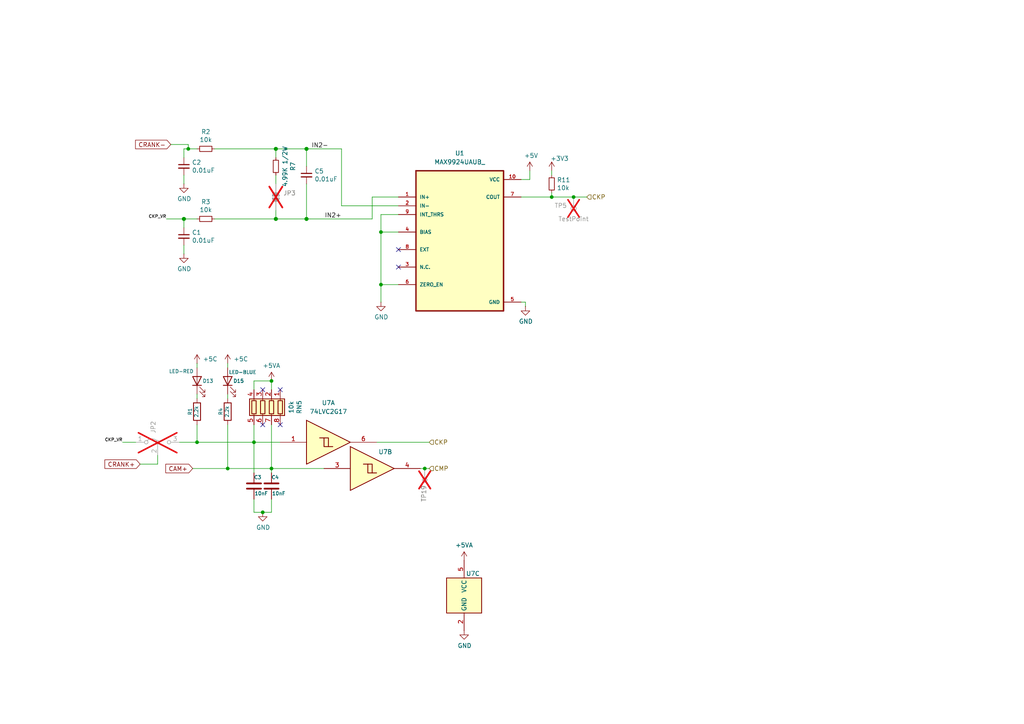
<source format=kicad_sch>
(kicad_sch (version 20241209) (generator "eeschema") (generator_version "8.99")
  (paper "A4")
  (title_block (title "μEFI (Speeduino FW compatible)") (date "2023-12-25") (rev "v6.1") (company "Churrosoft ®") (comment 1 "CERN-OHL-S-2.0 license"))
  (lib_symbols
    (symbol "74xGxx:74LVC2G17"
      (property "Reference" "U" (at -1.27 7.62 0))
      (property "Value" "74LVC2G17" (at 2.54 -7.62 0))
      (symbol "74LVC2G17_1_1"
        (polyline (pts (xy -7.62 6.35) (xy -7.62 -6.35) (xy 5.08 0) (xy -7.62 6.35)) (stroke (width 0.254)) (fill (type background)))
        (polyline (pts (xy -3.81 1.27) (xy -2.54 1.27) (xy -2.54 -1.27) (xy 0 -1.27)) (stroke (width 0.254)) (fill (type background)))
        (polyline (pts (xy -2.54 1.27) (xy -1.27 1.27) (xy -1.27 -1.27)) (stroke (width 0.254)) (fill (type background)))
        (pin input line (at -15.24 0 0) (length 7.62) (name "~") (number "1"))
        (pin output line (at 12.7 0 180) (length 7.62) (name "~") (number "6"))
      )
      (symbol "74LVC2G17_2_1"
        (polyline (pts (xy -7.62 6.35) (xy -7.62 -6.35) (xy 5.08 0) (xy -7.62 6.35)) (stroke (width 0.254)) (fill (type background)))
        (polyline (pts (xy -3.81 1.27) (xy -2.54 1.27) (xy -2.54 -1.27) (xy 0 -1.27)) (stroke (width 0.254)) (fill (type background)))
        (polyline (pts (xy -2.54 1.27) (xy -1.27 1.27) (xy -1.27 -1.27)) (stroke (width 0.254)) (fill (type background)))
        (pin input line (at -15.24 0 0) (length 7.62) (name "~") (number "3"))
        (pin output line (at 12.7 0 180) (length 7.62) (name "~") (number "4"))
      )
      (symbol "74LVC2G17_3_0"
        (rectangle (start -5.08 -5.08) (end 5.08 5.08) (stroke (width 0.254)) (fill (type background)))
      )
      (symbol "74LVC2G17_3_1"
        (pin power_in line (at 0 10.16 270) (length 5.08) (name "VCC") (number "5"))
        (pin power_in line (at 0 -10.16 90) (length 5.08) (name "GND") (number "2"))
      )
    )
    (symbol "Connector:TestPoint" (pin_numbers (hide yes)) (pin_names (offset 0.762) (hide yes))
      (property "Reference" "TP" (at 0 6.858 0))
      (property "Value" "TestPoint" (at 0 5.08 0))
      (symbol "TestPoint_0_1"
        (circle (center 0 3.302) (radius 0.762))
      )
      (symbol "TestPoint_1_1"
        (pin passive line (at 0 0 90) (length 2.54) (name "1") (number "1"))
      )
    )
    (symbol "Connector:TestPoint_Alt" (pin_numbers (hide yes)) (pin_names (offset 0.762) (hide yes))
      (property "Reference" "TP" (at 0 6.858 0))
      (property "Value" "TestPoint_Alt" (at 0 5.08 0))
      (symbol "TestPoint_Alt_0_1"
        (polyline (pts (xy 0 2.54) (xy -0.762 3.302) (xy 0 4.064) (xy 0.762 3.302) (xy 0 2.54)))
      )
      (symbol "TestPoint_Alt_1_1"
        (pin passive line (at 0 0 90) (length 2.54) (name "1") (number "1"))
      )
    )
    (symbol "Device:C" (pin_numbers (hide yes)) (pin_names (offset 0.254))
      (property "Reference" "C" (at 0.635 2.54 0))
      (property "Value" "C" (at 0.635 -2.54 0))
      (symbol "C_0_1"
        (polyline (pts (xy -2.032 0.762) (xy 2.032 0.762)) (stroke (width 0.508)))
        (polyline (pts (xy -2.032 -0.762) (xy 2.032 -0.762)) (stroke (width 0.508)))
      )
      (symbol "C_1_1"
        (pin passive line (at 0 3.81 270) (length 2.794) (name "~") (number "1"))
        (pin passive line (at 0 -3.81 90) (length 2.794) (name "~") (number "2"))
      )
    )
    (symbol "Device:C_Small" (pin_numbers (hide yes)) (pin_names (offset 0.254) (hide yes))
      (property "Reference" "C" (at 0.254 1.778 0))
      (property "Value" "C_Small" (at 0.254 -2.032 0))
      (symbol "C_Small_0_1"
        (polyline (pts (xy -1.524 0.508) (xy 1.524 0.508)) (stroke (width 0.3048)))
        (polyline (pts (xy -1.524 -0.508) (xy 1.524 -0.508)) (stroke (width 0.3302)))
      )
      (symbol "C_Small_1_1"
        (pin passive line (at 0 2.54 270) (length 2.032) (name "~") (number "1"))
        (pin passive line (at 0 -2.54 90) (length 2.032) (name "~") (number "2"))
      )
    )
    (symbol "Device:LED" (pin_numbers (hide yes)) (pin_names (offset 1.016) (hide yes))
      (property "Reference" "D" (at 0 2.54 0))
      (property "Value" "LED" (at 0 -2.54 0))
      (symbol "LED_0_1"
        (polyline (pts (xy -3.048 -0.762) (xy -4.572 -2.286) (xy -3.81 -2.286) (xy -4.572 -2.286) (xy -4.572 -1.524)))
        (polyline (pts (xy -1.778 -0.762) (xy -3.302 -2.286) (xy -2.54 -2.286) (xy -3.302 -2.286) (xy -3.302 -1.524)))
        (polyline (pts (xy -1.27 0) (xy 1.27 0)))
        (polyline (pts (xy -1.27 -1.27) (xy -1.27 1.27)) (stroke (width 0.254)))
        (polyline (pts (xy 1.27 -1.27) (xy 1.27 1.27) (xy -1.27 0) (xy 1.27 -1.27)) (stroke (width 0.254)))
      )
      (symbol "LED_1_1"
        (pin passive line (at -3.81 0 0) (length 2.54) (name "K") (number "1"))
        (pin passive line (at 3.81 0 180) (length 2.54) (name "A") (number "2"))
      )
    )
    (symbol "Device:R" (pin_numbers (hide yes)) (pin_names (offset 0))
      (property "Reference" "R" (at 2.032 0 90))
      (property "Value" "R" (at 0 0 90))
      (symbol "R_0_1"
        (rectangle (start -1.016 -2.54) (end 1.016 2.54) (stroke (width 0.254)))
      )
      (symbol "R_1_1"
        (pin passive line (at 0 3.81 270) (length 1.27) (name "~") (number "1"))
        (pin passive line (at 0 -3.81 90) (length 1.27) (name "~") (number "2"))
      )
    )
    (symbol "Device:R_Pack04" (pin_names (offset 0) (hide yes))
      (property "Reference" "RN" (at -7.62 0 90))
      (property "Value" "R_Pack04" (at 5.08 0 90))
      (symbol "R_Pack04_0_1"
        (rectangle (start -6.35 -2.413) (end 3.81 2.413) (stroke (width 0.254)) (fill (type background)))
        (rectangle (start -5.715 1.905) (end -4.445 -1.905) (stroke (width 0.254)))
        (polyline (pts (xy -5.08 1.905) (xy -5.08 2.54)))
        (polyline (pts (xy -5.08 -2.54) (xy -5.08 -1.905)))
        (rectangle (start -3.175 1.905) (end -1.905 -1.905) (stroke (width 0.254)))
        (polyline (pts (xy -2.54 1.905) (xy -2.54 2.54)))
        (polyline (pts (xy -2.54 -2.54) (xy -2.54 -1.905)))
        (rectangle (start -0.635 1.905) (end 0.635 -1.905) (stroke (width 0.254)))
        (polyline (pts (xy 0 1.905) (xy 0 2.54)))
        (polyline (pts (xy 0 -2.54) (xy 0 -1.905)))
        (rectangle (start 1.905 1.905) (end 3.175 -1.905) (stroke (width 0.254)))
        (polyline (pts (xy 2.54 1.905) (xy 2.54 2.54)))
        (polyline (pts (xy 2.54 -2.54) (xy 2.54 -1.905)))
      )
      (symbol "R_Pack04_1_1"
        (pin passive line (at -5.08 5.08 270) (length 2.54) (name "R1.2") (number "8"))
        (pin passive line (at -5.08 -5.08 90) (length 2.54) (name "R1.1") (number "1"))
        (pin passive line (at -2.54 5.08 270) (length 2.54) (name "R2.2") (number "7"))
        (pin passive line (at -2.54 -5.08 90) (length 2.54) (name "R2.1") (number "2"))
        (pin passive line (at 0 5.08 270) (length 2.54) (name "R3.2") (number "6"))
        (pin passive line (at 0 -5.08 90) (length 2.54) (name "R3.1") (number "3"))
        (pin passive line (at 2.54 5.08 270) (length 2.54) (name "R4.2") (number "5"))
        (pin passive line (at 2.54 -5.08 90) (length 2.54) (name "R4.1") (number "4"))
      )
    )
    (symbol "Device:R_Small" (pin_numbers (hide yes)) (pin_names (offset 0.254) (hide yes))
      (property "Reference" "R" (at 0.762 0.508 0))
      (property "Value" "R_Small" (at 0.762 -1.016 0))
      (symbol "R_Small_0_1"
        (rectangle (start -0.762 1.778) (end 0.762 -1.778) (stroke (width 0.2032)))
      )
      (symbol "R_Small_1_1"
        (pin passive line (at 0 2.54 270) (length 0.762) (name "~") (number "1"))
        (pin passive line (at 0 -2.54 90) (length 0.762) (name "~") (number "2"))
      )
    )
    (symbol "Jumper:Jumper_3_Bridged12" (pin_names (offset 0) (hide yes)) (exclude_from_sim yes) (in_bom no)
      (property "Reference" "JP" (at -2.54 -2.54 0))
      (property "Value" "Jumper_3_Bridged12" (at 0 2.794 0))
      (symbol "Jumper_3_Bridged12_0_0"
        (circle (center -3.302 0) (radius 0.508))
        (circle (center 0 0) (radius 0.508))
        (circle (center 3.302 0) (radius 0.508))
      )
      (symbol "Jumper_3_Bridged12_0_1"
        (arc (start -3.048 0.508) (mid -1.651 0.9912) (end -0.254 0.508))
        (polyline (pts (xy 0 -1.27) (xy 0 -0.508)))
      )
      (symbol "Jumper_3_Bridged12_1_1"
        (pin passive line (at -6.35 0 0) (length 2.54) (name "A") (number "1"))
        (pin passive line (at 0 -3.81 90) (length 2.54) (name "C") (number "2"))
        (pin passive line (at 6.35 0 180) (length 2.54) (name "B") (number "3"))
      )
    )
    (symbol "Jumper:SolderJumper_2_Open" (pin_numbers (hide yes)) (pin_names (offset 0) (hide yes)) (exclude_from_sim yes) (in_bom no)
      (property "Reference" "JP" (at 0 2.032 0))
      (property "Value" "SolderJumper_2_Open" (at 0 -2.54 0))
      (symbol "SolderJumper_2_Open_0_1"
        (polyline (pts (xy -0.254 1.016) (xy -0.254 -1.016)))
        (arc (start -0.254 -1.016) (mid -1.2656 0) (end -0.254 1.016) (fill (type outline)))
        (arc (start -0.254 -1.016) (mid -1.2656 0) (end -0.254 1.016))
        (arc (start 0.254 1.016) (mid 1.2656 0) (end 0.254 -1.016) (fill (type outline)))
        (arc (start 0.254 1.016) (mid 1.2656 0) (end 0.254 -1.016))
        (polyline (pts (xy 0.254 1.016) (xy 0.254 -1.016)))
      )
      (symbol "SolderJumper_2_Open_1_1"
        (pin passive line (at -3.81 0 0) (length 2.54) (name "A") (number "1"))
        (pin passive line (at 3.81 0 180) (length 2.54) (name "B") (number "2"))
      )
    )
    (symbol "hw_v2:MAX9924UAUB_" (pin_names (offset 1.016))
      (property "Reference" "U" (at -12.7 21.32 0))
      (property "Value" "MAX9924UAUB_" (at -12.7 -24.32 0))
      (symbol "MAX9924UAUB__0_0"
        (rectangle (start -12.7 -20.32) (end 12.7 20.32) (stroke (width 0.41)) (fill (type background)))
        (pin input line (at -17.78 12.7 0) (length 5.08) (name "IN+") (number "1"))
        (pin input line (at -17.78 10.16 0) (length 5.08) (name "IN-") (number "2"))
        (pin input line (at -17.78 7.62 0) (length 5.08) (name "INT_THRS") (number "9"))
        (pin bidirectional line (at -17.78 2.54 0) (length 5.08) (name "BIAS") (number "4"))
        (pin bidirectional line (at -17.78 -2.54 0) (length 5.08) (name "EXT") (number "8"))
        (pin bidirectional line (at -17.78 -7.62 0) (length 5.08) (name "N.C.") (number "3"))
        (pin bidirectional line (at -17.78 -12.7 0) (length 5.08) (name "ZERO_EN") (number "6"))
        (pin power_in line (at 17.78 17.78 180) (length 5.08) (name "VCC") (number "10"))
        (pin output line (at 17.78 12.7 180) (length 5.08) (name "COUT") (number "7"))
        (pin power_in line (at 17.78 -17.78 180) (length 5.08) (name "GND") (number "5"))
      )
    )
    (symbol "power:+3V3" (power) (pin_numbers (hide yes)) (pin_names (offset 0) (hide yes))
      (property "Value" "+3V3" (at 0 3.556 0))
      (symbol "+3V3_0_1"
        (polyline (pts (xy -0.762 1.27) (xy 0 2.54)))
        (polyline (pts (xy 0 2.54) (xy 0.762 1.27)))
        (polyline (pts (xy 0 0) (xy 0 2.54)))
      )
      (symbol "+3V3_1_1"
        (pin power_in line (at 0 0 90) (length 0) (name "~") (number "1"))
      )
    )
    (symbol "power:+5C" (power) (pin_numbers (hide yes)) (pin_names (offset 0) (hide yes))
      (property "Value" "+5C" (at 0 3.556 0))
      (symbol "+5C_0_1"
        (polyline (pts (xy -0.762 1.27) (xy 0 2.54)))
        (polyline (pts (xy 0 2.54) (xy 0.762 1.27)))
        (polyline (pts (xy 0 0) (xy 0 2.54)))
      )
      (symbol "+5C_1_1"
        (pin power_in line (at 0 0 90) (length 0) (name "~") (number "1"))
      )
    )
    (symbol "power:+5V" (power) (pin_numbers (hide yes)) (pin_names (offset 0) (hide yes))
      (property "Value" "+5V" (at 0 3.556 0))
      (symbol "+5V_0_1"
        (polyline (pts (xy -0.762 1.27) (xy 0 2.54)))
        (polyline (pts (xy 0 2.54) (xy 0.762 1.27)))
        (polyline (pts (xy 0 0) (xy 0 2.54)))
      )
      (symbol "+5V_1_1"
        (pin power_in line (at 0 0 90) (length 0) (name "~") (number "1"))
      )
    )
    (symbol "power:+5VA" (power) (pin_numbers (hide yes)) (pin_names (offset 0) (hide yes))
      (property "Value" "+5VA" (at 0 3.556 0))
      (symbol "+5VA_0_1"
        (polyline (pts (xy -0.762 1.27) (xy 0 2.54)))
        (polyline (pts (xy 0 2.54) (xy 0.762 1.27)))
        (polyline (pts (xy 0 0) (xy 0 2.54)))
      )
      (symbol "+5VA_1_1"
        (pin power_in line (at 0 0 90) (length 0) (name "~") (number "1"))
      )
    )
    (symbol "power:GND" (power) (pin_numbers (hide yes)) (pin_names (offset 0) (hide yes))
      (property "Value" "GND" (at 0 -3.81 0))
      (symbol "GND_0_1"
        (polyline (pts (xy 0 0) (xy 0 -1.27) (xy 1.27 -1.27) (xy 0 -2.54) (xy -1.27 -1.27) (xy 0 -1.27)))
      )
      (symbol "GND_1_1"
        (pin power_in line (at 0 0 270) (length 0) (name "~") (number "1"))
      )
    )
  )
  (junction (at 166.37 57.15) (diameter 0.9144))
  (junction (at 123.19 135.89))
  (junction (at 54.61 43.18))
  (junction (at 110.49 82.55))
  (junction (at 66.04 135.89))
  (junction (at 80.01 43.18) (diameter 1.016))
  (junction (at 53.34 63.5) (diameter 1.016))
  (junction (at 88.9 43.18) (diameter 1.016))
  (junction (at 110.49 67.31))
  (junction (at 78.74 110.49))
  (junction (at 57.15 128.27))
  (junction (at 76.2 148.59))
  (junction (at 80.01 63.5) (diameter 1.016))
  (junction (at 88.9 63.5) (diameter 1.016))
  (junction (at 160.02 57.15))
  (junction (at 73.66 128.27))
  (junction (at 78.74 135.89))
  (no_connect (at 81.28 113.03))
  (no_connect (at 76.2 123.19))
  (no_connect (at 115.57 77.47))
  (no_connect (at 115.57 72.39))
  (no_connect (at 81.28 123.19))
  (no_connect (at 76.2 113.03))
  (wire (pts (xy 110.49 82.55) (xy 110.49 87.63)))
  (wire (pts (xy 78.74 135.89) (xy 78.74 137.16)))
  (wire (pts (xy 45.72 132.08) (xy 45.72 134.62)))
  (wire (pts (xy 57.15 114.3) (xy 57.15 115.57)))
  (wire (pts (xy 78.74 123.19) (xy 78.74 135.89)))
  (wire (pts (xy 57.15 123.19) (xy 57.15 128.27)))
  (wire (pts (xy 66.04 135.89) (xy 78.74 135.89)))
  (wire (pts (xy 88.9 48.26) (xy 88.9 43.18)))
  (wire (pts (xy 45.72 134.62) (xy 40.64 134.62)))
  (wire (pts (xy 48.26 63.5) (xy 53.34 63.5)))
  (wire (pts (xy 110.49 67.31) (xy 110.49 82.55)))
  (wire (pts (xy 78.74 144.78) (xy 78.74 148.59)))
  (wire (pts (xy 57.15 105.41) (xy 57.15 106.68)))
  (wire (pts (xy 66.04 123.19) (xy 66.04 135.89)))
  (wire (pts (xy 54.61 43.18) (xy 53.34 43.18)))
  (wire (pts (xy 53.34 71.12) (xy 53.34 73.66)))
  (wire (pts (xy 73.66 128.27) (xy 81.28 128.27)))
  (wire (pts (xy 55.88 135.89) (xy 66.04 135.89)))
  (wire (pts (xy 110.49 82.55) (xy 115.57 82.55)))
  (wire (pts (xy 80.01 60.96) (xy 80.01 63.5)))
  (wire (pts (xy 73.66 148.59) (xy 76.2 148.59)))
  (wire (pts (xy 78.74 113.03) (xy 78.74 110.49)))
  (wire (pts (xy 66.04 114.3) (xy 66.04 115.57)))
  (wire (pts (xy 54.61 43.18) (xy 57.15 43.18)))
  (wire (pts (xy 124.46 128.27) (xy 109.22 128.27)))
  (wire (pts (xy 124.46 135.89) (xy 123.19 135.89)))
  (wire (pts (xy 160.02 49.53) (xy 160.02 50.8)))
  (wire (pts (xy 62.23 63.5) (xy 80.01 63.5)))
  (wire (pts (xy 160.02 57.15) (xy 166.37 57.15)))
  (wire (pts (xy 153.67 52.07) (xy 153.67 49.53)))
  (wire (pts (xy 53.34 63.5) (xy 57.15 63.5)))
  (wire (pts (xy 151.13 87.63) (xy 152.4 87.63)))
  (wire (pts (xy 54.61 41.91) (xy 54.61 43.18)))
  (wire (pts (xy 73.66 123.19) (xy 73.66 128.27)))
  (wire (pts (xy 110.49 67.31) (xy 115.57 67.31)))
  (wire (pts (xy 107.95 57.15) (xy 107.95 63.5)))
  (wire (pts (xy 76.2 148.59) (xy 78.74 148.59)))
  (wire (pts (xy 115.57 59.69) (xy 99.06 59.69)))
  (wire (pts (xy 160.02 55.88) (xy 160.02 57.15)))
  (wire (pts (xy 115.57 57.15) (xy 107.95 57.15)))
  (wire (pts (xy 73.66 128.27) (xy 73.66 137.16)))
  (wire (pts (xy 73.66 110.49) (xy 78.74 110.49)))
  (wire (pts (xy 53.34 45.72) (xy 53.34 43.18)))
  (wire (pts (xy 123.19 135.89) (xy 121.92 135.89)))
  (wire (pts (xy 73.66 113.03) (xy 73.66 110.49)))
  (wire (pts (xy 53.34 50.8) (xy 53.34 53.34)))
  (wire (pts (xy 57.15 128.27) (xy 73.66 128.27)))
  (wire (pts (xy 88.9 63.5) (xy 107.95 63.5)))
  (wire (pts (xy 166.37 57.15) (xy 170.18 57.15)))
  (wire (pts (xy 80.01 63.5) (xy 88.9 63.5)))
  (wire (pts (xy 115.57 62.23) (xy 110.49 62.23)))
  (wire (pts (xy 88.9 43.18) (xy 80.01 43.18)))
  (wire (pts (xy 99.06 59.69) (xy 99.06 43.18)))
  (wire (pts (xy 80.01 50.8) (xy 80.01 53.34)))
  (wire (pts (xy 66.04 105.41) (xy 66.04 106.68)))
  (wire (pts (xy 80.01 45.72) (xy 80.01 43.18)))
  (wire (pts (xy 151.13 57.15) (xy 160.02 57.15)))
  (wire (pts (xy 49.53 41.91) (xy 54.61 41.91)))
  (wire (pts (xy 52.07 128.27) (xy 57.15 128.27)))
  (wire (pts (xy 73.66 144.78) (xy 73.66 148.59)))
  (wire (pts (xy 53.34 63.5) (xy 53.34 66.04)))
  (wire (pts (xy 110.49 62.23) (xy 110.49 67.31)))
  (wire (pts (xy 78.74 135.89) (xy 93.98 135.89)))
  (wire (pts (xy 88.9 53.34) (xy 88.9 63.5)))
  (wire (pts (xy 152.4 87.63) (xy 152.4 88.9)))
  (wire (pts (xy 151.13 52.07) (xy 153.67 52.07)))
  (wire (pts (xy 88.9 43.18) (xy 99.06 43.18)))
  (wire (pts (xy 35.56 128.27) (xy 39.37 128.27)))
  (wire (pts (xy 62.23 43.18) (xy 80.01 43.18)))
  (label "CKP_VR" (at 48.26 63.5 180) (effects (font (size 0.889 0.889))))
  (label "IN2-" (at 95.25 43.18 180))
  (label "CKP_VR" (at 35.56 128.27 180) (effects (font (size 0.889 0.889))))
  (label "IN2+" (at 99.06 63.5 180))
  (global_label "CRANK+" (shape input) (at 40.64 134.62 180) (property "Intersheetrefs" "${INTERSHEET_REFS}" (effects (hide yes))))
  (global_label "CRANK-" (shape input) (at 49.53 41.91 180) (property "Intersheetrefs" "${INTERSHEET_REFS}" (effects (hide yes))))
  (global_label "CAM+" (shape input) (at 55.88 135.89 180) (property "Intersheetrefs" "${INTERSHEET_REFS}" (effects (hide yes))))
  (hierarchical_label "CMP" (shape input) (at 124.46 135.89 0))
  (hierarchical_label "CKP" (shape input) (at 124.46 128.27 0))
  (hierarchical_label "CKP" (shape input) (at 170.18 57.15 0))
  (symbol (lib_id "Device:C_Small") (at 53.34 68.58 0) (unit 1)
    (property "Reference" "C1" (at 55.6642 67.4306 0) (effects (justify left)))
    (property "Value" "0.01uF" (at 55.6642 69.7293 0) (effects (justify left)))
    (property "Footprint" "Capacitor_SMD:C_0805_2012Metric" (effects (hide yes)))
    (property "Description" "Unpolarized capacitor, small symbol" (effects (hide yes)))
    (property "LCSC" "C100042" (effects (hide yes)))
    (property "STOCK" "CAP-000323-00" (effects (hide yes)))
  )
  (symbol (lib_id "power:GND") (at 152.4 88.9 0) (unit 1)
    (property "Reference" "#PWR03" (effects (hide yes)))
    (property "Value" "GND" (at 152.5143 93.2244 0))
    (property "Description" "Power symbol creates a global label with name \"GND\" , ground" (effects (hide yes)))
  )
  (symbol (lib_id "power:GND") (at 53.34 73.66 0) (unit 1) (in_bom no)
    (property "Reference" "#PWR08" (effects (hide yes)))
    (property "Value" "GND" (at 53.4543 77.9844 0))
    (property "Description" "Power symbol creates a global label with name \"GND\" , ground" (effects (hide yes)))
  )
  (symbol (lib_id "Device:C") (at 78.74 140.97 0) (unit 1)
    (property "Reference" "C4" (at 78.74 138.43 0) (effects (font (size 1.016 1.016)) (justify left)))
    (property "Value" "10nF" (at 78.8924 143.129 0) (effects (font (size 1.016 1.016)) (justify left)))
    (property "Footprint" "Capacitor_SMD:C_0603_1608Metric" (effects (hide yes)))
    (property "Description" "Unpolarized capacitor" (effects (hide yes)))
    (property "Part #" "C0603C103K1RACTU" (effects (hide yes)))
    (property "VEND" "DIGI" (effects (hide yes)))
    (property "VEND#" "399-3189-1-ND" (effects (hide yes)))
    (property "Manufacturer" "KEMET" (effects (hide yes)))
    (property "LCSC" "C57112" (effects (hide yes)))
  )
  (symbol (lib_id "power:GND") (at 76.2 148.59 0) (unit 1)
    (property "Reference" "#PWR033" (effects (hide yes)))
    (property "Value" "GND" (at 76.327 152.9842 0))
    (property "Description" "Power symbol creates a global label with name \"GND\" , ground" (effects (hide yes)))
  )
  (symbol (lib_id "74xGxx:74LVC2G17") (at 109.22 135.89 0) (unit 2)
    (property "Reference" "U7" (at 111.76 131.064 0))
    (property "Value" "74LVC2G17" (effects (hide yes)))
    (property "Footprint" "Package_TO_SOT_SMD:SOT-363_SC-70-6" (effects (hide yes)))
    (property "Datasheet" "http://www.ti.com/lit/sg/scyt129e/scyt129e.pdf" (effects (hide yes)))
    (property "Description" "Dual Buffer, Schmitt Triggered, Low-Voltage CMOS" (effects (hide yes)))
  )
  (symbol (lib_id "Jumper:Jumper_3_Bridged12") (at 45.72 128.27 0) (unit 1) (exclude_from_sim yes) (in_bom no) (dnp yes)
    (property "Reference" "JP2" (at 44.45 125.73 90) (effects (justify left)))
    (property "Value" "Jumper_3_Bridged12" (effects (hide yes)))
    (property "Footprint" "Jumper:SolderJumper-3_P1.3mm_Bridged12_Pad1.0x1.5mm" (effects (hide yes)))
    (property "Description" "Jumper, 3-pole, pins 1+2 closed/bridged" (effects (hide yes)))
  )
  (symbol (lib_id "Device:LED") (at 57.15 110.49 90) (unit 1)
    (property "Reference" "D13" (at 60.325 110.49 90) (effects (font (size 1.016 1.016))))
    (property "Value" "LED-RED" (at 52.578 107.696 90) (effects (font (size 1.016 1.016))))
    (property "Footprint" "LED_SMD:LED_0603_1608Metric" (effects (hide yes)))
    (property "Description" "Light emitting diode" (effects (hide yes)))
    (property "LCSC" "C2286" (effects (hide yes)))
  )
  (symbol (lib_id "74xGxx:74LVC2G17") (at 134.62 172.72 0) (unit 3)
    (property "Reference" "U7" (at 137.16 166.37 0))
    (property "Value" "74LVC2G17" (effects (hide yes)))
    (property "Footprint" "Package_TO_SOT_SMD:SOT-363_SC-70-6" (effects (hide yes)))
    (property "Datasheet" "http://www.ti.com/lit/sg/scyt129e/scyt129e.pdf" (effects (hide yes)))
    (property "Description" "Dual Buffer, Schmitt Triggered, Low-Voltage CMOS" (effects (hide yes)))
  )
  (symbol (lib_id "power:+3V3") (at 160.02 49.53 0) (unit 1)
    (property "Reference" "#PWR023" (effects (hide yes)))
    (property "Value" "+3V3" (at 162.306 45.974 0))
    (property "Description" "Power symbol creates a global label with name \"+3V3\"" (effects (hide yes)))
  )
  (symbol (lib_id "Device:C_Small") (at 88.9 50.8 0) (unit 1)
    (property "Reference" "C5" (at 91.2242 49.6506 0) (effects (justify left)))
    (property "Value" "0.01uF" (at 91.2242 51.9493 0) (effects (justify left)))
    (property "Footprint" "Capacitor_SMD:C_0805_2012Metric" (effects (hide yes)))
    (property "Description" "Unpolarized capacitor, small symbol" (effects (hide yes)))
    (property "LCSC" "C100042" (effects (hide yes)))
    (property "STOCK" "CAP-000323-00" (effects (hide yes)))
  )
  (symbol (lib_id "power:GND") (at 110.49 87.63 0) (unit 1)
    (property "Reference" "#PWR02" (effects (hide yes)))
    (property "Value" "GND" (at 110.6043 91.9544 0))
    (property "Description" "Power symbol creates a global label with name \"GND\" , ground" (effects (hide yes)))
  )
  (symbol (lib_id "Device:R_Small") (at 59.69 63.5 90) (unit 1)
    (property "Reference" "R3" (at 59.69 58.5532 90))
    (property "Value" "10k" (at 59.69 60.8519 90))
    (property "Footprint" "Resistor_SMD:R_0603_1608Metric" (effects (hide yes)))
    (property "Description" "Resistor, small symbol" (effects (hide yes)))
    (property "LCSC" "C115324" (effects (hide yes)))
    (property "STOCK" "RES-000118-00" (effects (hide yes)))
  )
  (symbol (lib_id "power:+5VA") (at 134.62 162.56 0) (unit 1)
    (property "Reference" "#PWR037" (effects (hide yes)))
    (property "Value" "+5VA" (at 134.62 158.115 0))
    (property "Description" "Power symbol creates a global label with name \"+5VA\"" (effects (hide yes)))
  )
  (symbol (lib_id "Device:LED") (at 66.04 110.49 90) (unit 1)
    (property "Reference" "D15" (at 69.215 110.49 90) (effects (font (size 1.016 1.016))))
    (property "Value" "LED-BLUE" (at 70.358 107.95 90) (effects (font (size 1.016 1.016))))
    (property "Footprint" "LED_SMD:LED_0603_1608Metric" (effects (hide yes)))
    (property "Description" "Light emitting diode" (effects (hide yes)))
    (property "LCSC" "C2286" (effects (hide yes)))
  )
  (symbol (lib_id "Device:R") (at 66.04 119.38 180) (unit 1)
    (property "Reference" "R4" (at 64.008 119.38 90) (effects (font (size 1.016 1.016))))
    (property "Value" "2.2k" (at 65.8622 119.4054 90) (effects (font (size 1.016 1.016))))
    (property "Footprint" "Resistor_SMD:R_0603_1608Metric" (effects (hide yes)))
    (property "Description" "Resistor" (effects (hide yes)))
    (property "Part #" "RMCF0603FT2K20" (effects (hide yes)))
    (property "VEND" "DIGI" (effects (hide yes)))
    (property "VEND#" "RMCF0603FT2K20CT-ND" (effects (hide yes)))
    (property "Manufacturer" "StackPole" (effects (hide yes)))
    (property "LCSC" "C4190" (effects (hide yes)))
  )
  (symbol (lib_id "74xGxx:74LVC2G17") (at 96.52 128.27 0) (unit 1)
    (property "Reference" "U7" (at 95.25 116.84 0))
    (property "Value" "74LVC2G17" (at 95.25 119.38 0))
    (property "Footprint" "Package_TO_SOT_SMD:SOT-363_SC-70-6" (effects (hide yes)))
    (property "Datasheet" "http://www.ti.com/lit/sg/scyt129e/scyt129e.pdf" (effects (hide yes)))
    (property "Description" "Dual Buffer, Schmitt Triggered, Low-Voltage CMOS" (effects (hide yes)))
  )
  (symbol (lib_id "Jumper:SolderJumper_2_Open") (at 80.01 57.15 90) (unit 1) (in_bom no) (dnp yes)
    (property "Reference" "JP3" (at 82.1437 56.0006 90) (effects (justify right)))
    (property "Value" "SolderJumper_2_Open" (effects (hide yes)))
    (property "Footprint" "Jumper:SolderJumper-2_P1.3mm_Open_RoundedPad1.0x1.5mm" (effects (hide yes)))
    (property "Description" "Solder Jumper, 2-pole, open" (effects (hide yes)))
  )
  (symbol (lib_id "power:+5C") (at 66.04 105.41 0) (unit 1)
    (property "Reference" "#PWR038" (effects (hide yes)))
    (property "Value" "+5C" (at 69.85 104.14 0))
    (property "Description" "Power symbol creates a global label with name \"+5C\"" (effects (hide yes)))
  )
  (symbol (lib_id "power:+5V") (at 153.67 49.53 0) (unit 1)
    (property "Reference" "#PWR01" (effects (hide yes)))
    (property "Value" "+5V" (at 154.051 45.1358 0))
    (property "Description" "Power symbol creates a global label with name \"+5V\"" (effects (hide yes)))
  )
  (symbol (lib_id "power:GND") (at 134.62 182.88 0) (unit 1)
    (property "Reference" "#PWR013" (effects (hide yes)))
    (property "Value" "GND" (at 134.747 187.2742 0))
    (property "Description" "Power symbol creates a global label with name \"GND\" , ground" (effects (hide yes)))
  )
  (symbol (lib_id "Device:C") (at 73.66 140.97 0) (unit 1)
    (property "Reference" "C3" (at 73.66 138.43 0) (effects (font (size 1.016 1.016)) (justify left)))
    (property "Value" "10nF" (at 73.8124 143.129 0) (effects (font (size 1.016 1.016)) (justify left)))
    (property "Footprint" "Capacitor_SMD:C_0603_1608Metric" (effects (hide yes)))
    (property "Description" "Unpolarized capacitor" (effects (hide yes)))
    (property "Part #" "C0603C103K1RACTU" (effects (hide yes)))
    (property "VEND" "DIGI" (effects (hide yes)))
    (property "VEND#" "399-3189-1-ND" (effects (hide yes)))
    (property "Manufacturer" "KEMET" (effects (hide yes)))
    (property "LCSC" "C57112" (effects (hide yes)))
  )
  (symbol (lib_id "Device:R") (at 57.15 119.38 180) (unit 1)
    (property "Reference" "R1" (at 55.118 119.38 90) (effects (font (size 1.016 1.016))))
    (property "Value" "2.2k" (at 56.9722 119.4054 90) (effects (font (size 1.016 1.016))))
    (property "Footprint" "Resistor_SMD:R_0603_1608Metric" (effects (hide yes)))
    (property "Description" "Resistor" (effects (hide yes)))
    (property "Part #" "RMCF0603FT2K20" (effects (hide yes)))
    (property "VEND" "DIGI" (effects (hide yes)))
    (property "VEND#" "RMCF0603FT2K20CT-ND" (effects (hide yes)))
    (property "Manufacturer" "StackPole" (effects (hide yes)))
    (property "LCSC" "C4190" (effects (hide yes)))
  )
  (symbol (lib_id "Connector:TestPoint") (at 166.37 57.15 180) (unit 1) (in_bom no) (dnp yes)
    (property "Reference" "TP5" (at 164.465 59.6266 0) (effects (justify left)))
    (property "Value" "TestPoint" (at 170.815 63.5 0) (effects (justify left)))
    (property "Footprint" "TestPoint:TestPoint_Pad_1.0x1.0mm" (effects (hide yes)))
    (property "Description" "test point" (effects (hide yes)))
  )
  (symbol (lib_id "Device:R_Small") (at 160.02 53.34 0) (unit 1)
    (property "Reference" "R11" (at 161.5187 52.1906 0) (effects (justify left)))
    (property "Value" "10k" (at 161.5187 54.4893 0) (effects (justify left)))
    (property "Footprint" "Resistor_SMD:R_0603_1608Metric" (effects (hide yes)))
    (property "Description" "Resistor, small symbol" (effects (hide yes)))
    (property "LCSC" "C115324" (effects (hide yes)))
    (property "STOCK" "RES-000118-00" (effects (hide yes)))
  )
  (symbol (lib_id "power:GND") (at 53.34 53.34 0) (unit 1) (in_bom no)
    (property "Reference" "#PWR09" (effects (hide yes)))
    (property "Value" "GND" (at 53.4543 57.6644 0))
    (property "Description" "Power symbol creates a global label with name \"GND\" , ground" (effects (hide yes)))
  )
  (symbol (lib_id "Device:R_Pack04") (at 76.2 118.11 180) (unit 1)
    (property "Reference" "RN5" (at 86.7918 118.11 90))
    (property "Value" "10k" (at 84.4804 118.11 90))
    (property "Footprint" "Resistor_SMD:R_Array_Convex_4x0603" (effects (hide yes)))
    (property "Description" "4 resistor network, parallel topology" (effects (hide yes)))
    (property "Part #" "YC164-JR-0710KL" (effects (hide yes)))
    (property "VEND#" "YC164J-10KCT-ND" (effects (hide yes)))
    (property "VEND" "DIGI" (effects (hide yes)))
    (property "Manufacturer" "Yageo" (effects (hide yes)))
    (property "LCSC" "C29718" (effects (hide yes)))
  )
  (symbol (lib_id "power:+5C") (at 57.15 105.41 0) (unit 1)
    (property "Reference" "#PWR010" (effects (hide yes)))
    (property "Value" "+5C" (at 60.96 104.14 0))
    (property "Description" "Power symbol creates a global label with name \"+5C\"" (effects (hide yes)))
  )
  (symbol (lib_id "Device:R_Small") (at 80.01 48.26 0) (unit 1)
    (property "Reference" "R7" (at 84.9568 48.26 90))
    (property "Value" "4.99K 1/2W" (at 82.6581 48.26 90))
    (property "Footprint" "Resistor_SMD:R_0805_2012Metric" (effects (hide yes)))
    (property "Description" "Resistor, small symbol" (effects (hide yes)))
    (property "LCSC" "C2933454" (effects (hide yes)))
    (property "STOCK" "RES-000337-00" (effects (hide yes)))
  )
  (symbol (lib_id "hw_v2:MAX9924UAUB_") (at 133.35 69.85 0) (unit 1)
    (property "Reference" "U1" (at 133.35 44.45 0))
    (property "Value" "MAX9924UAUB_" (at 133.35 46.99 0))
    (property "Footprint" "hw_v2lib:SOP50P490X110-10N" (effects (hide yes)))
    (property "MF" "Analog Devices" (effects (hide yes)))
    (property "Description_1" "\n                        \n                            Variable-Reluctance Sensor Interface with Differential Input and Adaptive Peak Threshold\n                        \n" (effects (hide yes)))
    (property "Package" "MICROMAX-10 Maxim" (effects (hide yes)))
    (property "Price" "None" (effects (hide yes)))
    (property "SnapEDA_Link" "https://www.snapeda.com/parts/MAX9924UAUB+/Analog+Devices/view-part/?ref=snap" (effects (hide yes)))
    (property "MP" "MAX9924UAUB+" (effects (hide yes)))
    (property "Availability" "In Stock" (effects (hide yes)))
    (property "Check_prices" "https://www.snapeda.com/parts/MAX9924UAUB+/Analog+Devices/view-part/?ref=eda" (effects (hide yes)))
  )
  (symbol (lib_id "Connector:TestPoint_Alt") (at 123.19 135.89 180) (unit 1) (in_bom no) (dnp yes)
    (property "Reference" "TP19" (at 122.936 140.716 90) (effects (justify left)))
    (property "Value" "TestPoint_Alt" (effects (hide yes)))
    (property "Footprint" "TestPoint:TestPoint_Pad_1.0x1.0mm" (effects (hide yes)))
    (property "Description" "test point (alternative shape)" (effects (hide yes)))
    (property "STOCK" "-" (effects (hide yes)))
    (property "LCSC" "-" (effects (hide yes)))
  )
  (symbol (lib_id "Device:R_Small") (at 59.69 43.18 90) (unit 1)
    (property "Reference" "R2" (at 59.69 38.2332 90))
    (property "Value" "10k" (at 59.69 40.5319 90))
    (property "Footprint" "Resistor_SMD:R_0603_1608Metric" (effects (hide yes)))
    (property "Description" "Resistor, small symbol" (effects (hide yes)))
    (property "LCSC" "C115324" (effects (hide yes)))
    (property "STOCK" "RES-000118-00" (effects (hide yes)))
  )
  (symbol (lib_id "Device:C_Small") (at 53.34 48.26 0) (unit 1)
    (property "Reference" "C2" (at 55.6642 47.1106 0) (effects (justify left)))
    (property "Value" "0.01uF" (at 55.6642 49.4093 0) (effects (justify left)))
    (property "Footprint" "Capacitor_SMD:C_0805_2012Metric" (effects (hide yes)))
    (property "Description" "Unpolarized capacitor, small symbol" (effects (hide yes)))
    (property "LCSC" "C100042" (effects (hide yes)))
    (property "STOCK" "CAP-000323-00" (effects (hide yes)))
  )
  (symbol (lib_id "power:+5VA") (at 78.74 110.49 0) (unit 1)
    (property "Reference" "#PWR034" (effects (hide yes)))
    (property "Value" "+5VA" (at 78.74 106.045 0))
    (property "Description" "Power symbol creates a global label with name \"+5VA\"" (effects (hide yes)))
  )
)
</source>
